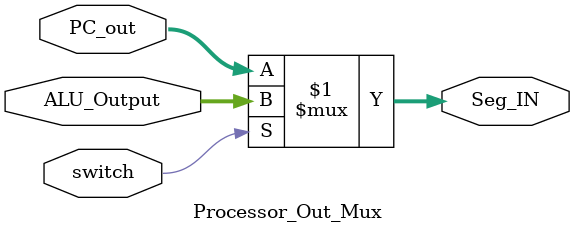
<source format=sv>
`timescale 1ns / 1ps

module Processor_Out_Mux(
    input logic switch,
    input logic [31:0] ALU_Output,
    input logic [31:0] PC_out,
    output logic [31:0] Seg_IN
    );
    
    assign Seg_IN = switch ? ALU_Output : PC_out;
endmodule

</source>
